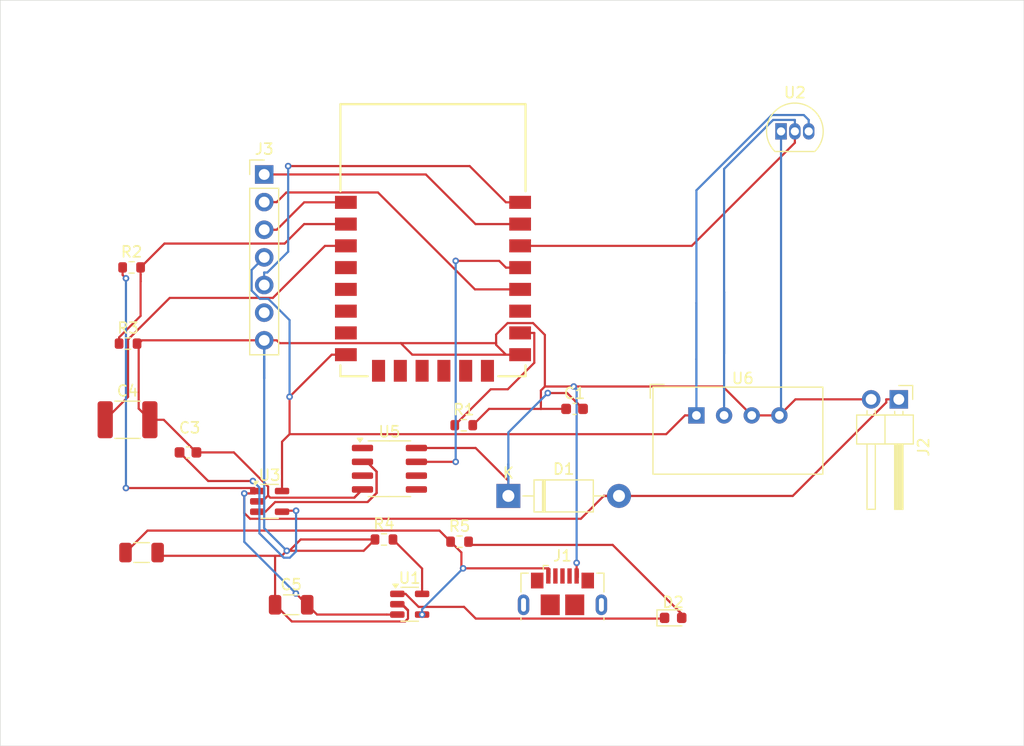
<source format=kicad_pcb>
(kicad_pcb (version 20240108) (generator "pcbnew") (generator_version "8.0")
  (layers (0 "F.Cu" signal) (31 "B.Cu" signal) (34 "B.Paste" user) (35 "F.Paste" user) (36 "B.SilkS" user "B.Silkscreen") (37 "F.SilkS" user "F.Silkscreen") (38 "B.Mask" user) (39 "F.Mask" user) (44 "Edge.Cuts" user))
  (net 0 "")
  (net 1 "Net-(D1-K)")
  (net 2 "GND")
  (net 3 "VOLT")
  (net 4 "Net-(U3-BP)")
  (net 5 "Net-(U4-EN)")
  (net 6 "+BATT")
  (net 7 "Net-(D2-A)")
  (net 8 "Net-(D2-K)")
  (net 18 "TX")
  (net 19 "GPIO0")
  (net 20 "REST")
  (net 22 "V3.3")
  (net 23 "RX")
  (net 24 "GPIO15")
  (net 25 "Net-(U4-ADC)")
  (net 26 "Net-(U1-PROG)")
  (net 27 "GPIO5")
  (net 28 "Net-(U3-EN)")
  (net 30 "GPIO2")
  (net 31 "GPIO12")
  (net 33 "GPIO16")
  (net 34 "ESP")
  (net 36 "GPIO14")
  (net 38 "GPIO13")
  (footprint "Capacitor_SMD:C_0603_1608Metric" (layer "F.Cu") (at 152.2355 106.2962)
    (property "Reference" "C1")
    (property "Value" "100n")
  )
  (footprint "Package_TO_SOT_SMD:SOT-23-5" (layer "F.Cu") (at 124.2355 114.7962)
    (property "Reference" "U3")
    (property "Value" "SPX3819M5-L-1-2")
  )
  (footprint "Resistor_SMD:R_0603_1608Metric" (layer "F.Cu") (at 141.675 118.5)
    (property "Reference" "R5")
    (property "Value" "1k")
  )
  (footprint "Connector_PinHeader_2.54mm:PinHeader_1x07_P2.54mm_Vertical" (layer "F.Cu") (at 123.7355 84.7562)
    (property "Reference" "J3")
    (property "Value" "Conn_01x07_Socket")
  )
  (footprint "Resistor_SMD:R_0603_1608Metric" (layer "F.Cu") (at 111.5605 93.2962)
    (property "Reference" "R2")
    (property "Value" "3.3M")
  )
  (footprint "Package_TO_SOT_THT:TO-92_Inline" (layer "F.Cu") (at 171.1955 80.7962)
    (property "Reference" "U2")
    (property "Value" "DS18B20")
  )
  (footprint "LED_SMD:LED_0603_1608Metric" (layer "F.Cu") (at 161.2875 125.5)
    (property "Reference" "D2")
    (property "Value" "LED")
  )
  (footprint "Capacitor_SMD:C_1812_4532Metric" (layer "F.Cu") (at 111.1855 107.2962)
    (property "Reference" "C4")
    (property "Value" "47u")
  )
  (footprint "Resistor_SMD:R_0603_1608Metric" (layer "F.Cu") (at 111.2355 100.2962)
    (property "Reference" "R3")
    (property "Value" "1M")
  )
  (footprint "Diode_THT:D_DO-41_SOD81_P10.16mm_Horizontal" (layer "F.Cu") (at 146.1555 114.2962)
    (property "Reference" "D1")
    (property "Value" "1N4007")
  )
  (footprint "Capacitor_SMD:C_1206_3216Metric" (layer "F.Cu") (at 112.475 119.5)
    (property "Reference" "C2" (hide yes))
    (property "Value" "4.7u")
  )
  (footprint "Resistor_SMD:R_0603_1608Metric" (layer "F.Cu") (at 134.7355 118.2962)
    (property "Reference" "R4")
    (property "Value" "2k")
  )
  (footprint "Connector_PinHeader_2.54mm:PinHeader_1x02_P2.54mm_Horizontal" (layer "F.Cu") (at 182.0105 105.4212 -90)
    (property "Reference" "J2")
    (property "Value" "Conn_01x02")
  )
  (footprint "Package_SO:SOIC-8_3.9x4.9mm_P1.27mm" (layer "F.Cu") (at 135.2355 111.7962)
    (property "Reference" "U5")
    (property "Value" "ATtiny13A-SS")
  )
  (footprint "ESP- 12F:ESP-12F" (layer "F.Cu") (at 139.2355 90.7962)
    (property "Reference" "U4" (hide yes))
    (property "Value" "ESP-12F")
  )
  (footprint "Resistor_SMD:R_0603_1608Metric" (layer "F.Cu") (at 142.0605 107.7962)
    (property "Reference" "R1")
    (property "Value" "10k")
  )
  (footprint "Capacitor_SMD:C_1206_3216Metric" (layer "F.Cu") (at 126.2105 124.2962)
    (property "Reference" "C5")
    (property "Value" "4.7u")
  )
  (footprint "Connector_USB:USB_Micro-B_GCT_USB3076-30-A" (layer "F.Cu") (at 151.125 123.1)
    (property "Reference" "J1")
    (property "Value" "USB_B_Micro")
  )
  (footprint "Package_TO_SOT_SMD:SOT-23-5" (layer "F.Cu") (at 137.098 124.2462)
    (property "Reference" "U1")
    (property "Value" "MCP73831-4-OT")
  )
  (footprint "Capacitor_SMD:C_0603_1608Metric" (layer "F.Cu") (at 116.7355 110.2962)
    (property "Reference" "C3")
    (property "Value" "10n")
  )
  (footprint "Sensor:ASAIR_AM2302_P2.54mm_Vertical" (layer "F.Cu") (at 163.4255 106.8962)
    (property "Reference" "U6")
    (property "Value" "AM2302")
  )
  (gr_rect (start 99.5 68.75) (end 193.5 137.25) (stroke (width 0.05)) (fill none) (layer "Edge.Cuts"))
  (segment (start 152.261 105.547) (end 152.262 105.547) (width 0.2) (layer "F.Cu") (net 1))
  (segment (start 146.155 114.208) (end 146.155 114.121) (width 0.2) (layer "F.Cu") (net 1))
  (segment (start 152.261 105.547) (end 152.511 105.797) (width 0.2) (layer "F.Cu") (net 1))
  (segment (start 143.152 109.891) (end 137.711 109.891) (width 0.2) (layer "F.Cu") (net 1))
  (segment (start 146.156 114.122) (end 146.156 113.946) (width 0.2) (layer "F.Cu") (net 1))
  (segment (start 146.155 113.596) (end 146.156 113.596) (width 0.2) (layer "F.Cu") (net 1))
  (segment (start 151.557 104.843) (end 152.261 105.547) (width 0.2) (layer "F.Cu") (net 1))
  (segment (start 137.711 109.891) (end 137.7107 109.891) (width 0.2) (layer "F.Cu") (net 1))
  (segment (start 146.155 113.946) (end 146.156 113.946) (width 0.2) (layer "F.Cu") (net 1))
  (segment (start 146.155 114.121) (end 146.155 113.946) (width 0.2) (layer "F.Cu") (net 1))
  (segment (start 146.156 114.209) (end 146.156 114.296) (width 0.2) (layer "F.Cu") (net 1))
  (segment (start 149.777 104.843) (end 151.557 104.843) (width 0.2) (layer "F.Cu") (net 1))
  (segment (start 146.155 113.596) (end 146.155 112.895) (width 0.2) (layer "F.Cu") (net 1))
  (segment (start 146.155 114.296) (end 146.155 114.252) (width 0.2) (layer "F.Cu") (net 1))
  (segment (start 146.155 114.121) (end 146.156 114.122) (width 0.2) (layer "F.Cu") (net 1))
  (segment (start 153.0105 106.2962) (end 153.0102 106.2962) (width 0.2) (layer "F.Cu") (net 1))
  (segment (start 146.155 113.946) (end 146.155 113.596) (width 0.2) (layer "F.Cu") (net 1))
  (segment (start 146.156 113.596) (end 146.156 113.946) (width 0.2) (layer "F.Cu") (net 1))
  (segment (start 146.155 114.208) (end 146.156 114.209) (width 0.2) (layer "F.Cu") (net 1))
  (segment (start 153.0102 106.2962) (end 152.636 105.922) (width 0.2) (layer "F.Cu") (net 1))
  (segment (start 146.1555 114.2525) (end 146.1555 114.2962) (width 0.2) (layer "F.Cu") (net 1))
  (segment (start 146.155 114.252) (end 146.1555 114.2525) (width 0.2) (layer "F.Cu") (net 1))
  (segment (start 146.155 114.252) (end 146.155 114.208) (width 0.2) (layer "F.Cu") (net 1))
  (segment (start 152.262 105.547) (end 152.636 105.922) (width 0.2) (layer "F.Cu") (net 1))
  (segment (start 146.155 112.895) (end 143.152 109.891) (width 0.2) (layer "F.Cu") (net 1))
  (segment (start 137.7107 109.891) (end 137.7105 109.8912) (width 0.2) (layer "F.Cu") (net 1))
  (via (at 149.777 104.843) (size 0.6) (drill 0.3) (layers "F.Cu" "B.Cu") (net 1))
  (segment (start 146.155 111.38) (end 146.156 111.381) (width 0.2) (layer "B.Cu") (net 1))
  (segment (start 146.1555 114.296) (end 146.155 114.296) (width 0.2) (layer "B.Cu") (net 1))
  (segment (start 146.156 114.296) (end 146.1555 114.296) (width 0.2) (layer "B.Cu") (net 1))
  (segment (start 146.155 111.38) (end 146.155 108.465) (width 0.2) (layer "B.Cu") (net 1))
  (segment (start 146.156 111.381) (end 146.156 112.838) (width 0.2) (layer "B.Cu") (net 1))
  (segment (start 146.1555 114.296) (end 146.1555 114.2962) (width 0.2) (layer "B.Cu") (net 1))
  (segment (start 146.155 114.296) (end 146.155 111.38) (width 0.2) (layer "B.Cu") (net 1))
  (segment (start 146.155 108.465) (end 149.777 104.843) (width 0.2) (layer "B.Cu") (net 1))
  (segment (start 136.152 124.246) (end 136.344 124.246) (width 0.2) (layer "F.Cu") (net 2))
  (segment (start 133.9102 118.2962) (end 133.91 118.296) (width 0.2) (layer "F.Cu") (net 2))
  (segment (start 124.736 124.296) (end 124.7355 124.296) (width 0.2) (layer "F.Cu") (net 2))
  (segment (start 152.158 104.241) (end 149.508 104.241) (width 0.2) (layer "F.Cu") (net 2))
  (segment (start 117.511 110.296) (end 117.5105 110.296) (width 0.2) (layer "F.Cu") (net 2))
  (segment (start 125.35 119.796) (end 125.81 119.336) (width 0.2) (layer "F.Cu") (net 2))
  (segment (start 136.94 125.567) (end 136.677 125.83) (width 0.2) (layer "F.Cu") (net 2))
  (segment (start 123.7355 99.9962) (end 124.887 99.9962) (width 0.2) (layer "F.Cu") (net 2))
  (segment (start 114.211 119.796) (end 114.21 119.796) (width 0.2) (layer "F.Cu") (net 2))
  (segment (start 123.0982 114.796) (end 123.556 114.796) (width 0.2) (layer "F.Cu") (net 2))
  (segment (start 114.21 119.76) (end 114.21 119.796) (width 0.2) (layer "F.Cu") (net 2))
  (segment (start 114.211 119.796) (end 124.735 119.796) (width 0.2) (layer "F.Cu") (net 2))
  (segment (start 147.236 101.316) (end 147.2355 101.316) (width 0.2) (layer "F.Cu") (net 2))
  (segment (start 145.032 100.258) (end 145.032 99.4671) (width 0.2) (layer "F.Cu") (net 2))
  (segment (start 136.278 100.258) (end 145.032 100.258) (width 0.2) (layer "F.Cu") (net 2))
  (segment (start 126.045 119.336) (end 132.871 119.336) (width 0.2) (layer "F.Cu") (net 2))
  (segment (start 113.95 119.5) (end 114.21 119.76) (width 0.2) (layer "F.Cu") (net 2))
  (segment (start 171.045 106.896) (end 168.5055 106.896) (width 0.2) (layer "F.Cu") (net 2))
  (segment (start 124.7355 124.296) (end 124.7355 124.2962) (width 0.2) (layer "F.Cu") (net 2))
  (segment (start 126.269 125.83) (end 124.736 124.296) (width 0.2) (layer "F.Cu") (net 2))
  (segment (start 113.235 107.296) (end 112.21 106.271) (width 0.2) (layer "F.Cu") (net 2))
  (segment (start 171.0455 106.896) (end 171.045 106.896) (width 0.2) (layer "F.Cu") (net 2))
  (segment (start 142.885 107.796) (end 144.385 106.296) (width 0.2) (layer "F.Cu") (net 2))
  (segment (start 132.871 119.336) (end 133.91 118.296) (width 0.2) (layer "F.Cu") (net 2))
  (segment (start 147.2355 101.3162) (end 147.2355 101.316) (width 0.2) (layer "F.Cu") (net 2))
  (segment (start 123.0982 114.796) (end 123.098 114.7962) (width 0.2) (layer "F.Cu") (net 2))
  (segment (start 133.91 118.296) (end 127.085 118.296) (width 0.2) (layer "F.Cu") (net 2))
  (segment (start 112.06 100.296) (end 112.0607 100.296) (width 0.2) (layer "F.Cu") (net 2))
  (segment (start 168.5055 106.8962) (end 168.5055 106.896) (width 0.2) (layer "F.Cu") (net 2))
  (segment (start 114.51 107.296) (end 113.2355 107.296) (width 0.2) (layer "F.Cu") (net 2))
  (segment (start 151.4603 106.296) (end 151.4605 106.2962) (width 0.2) (layer "F.Cu") (net 2))
  (segment (start 148.425 98.4146) (end 149.508 99.4978) (width 0.2) (layer "F.Cu") (net 2))
  (segment (start 145.934 101.316) (end 137.336 101.316) (width 0.2) (layer "F.Cu") (net 2))
  (segment (start 112.21 106.271) (end 112.21 100.296) (width 0.2) (layer "F.Cu") (net 2))
  (segment (start 112.0607 100.296) (end 112.21 100.296) (width 0.2) (layer "F.Cu") (net 2))
  (segment (start 137.336 101.316) (end 136.278 100.258) (width 0.2) (layer "F.Cu") (net 2))
  (segment (start 114.21 119.796) (end 114.211 119.796) (width 0.2) (layer "F.Cu") (net 2))
  (segment (start 135.961 124.246) (end 136.152 124.246) (width 0.2) (layer "F.Cu") (net 2))
  (segment (start 179.4702 105.4212) (end 179.47 105.421) (width 0.2) (layer "F.Cu") (net 2))
  (segment (start 135.9605 124.246) (end 135.9605 124.2462) (width 0.2) (layer "F.Cu") (net 2))
  (segment (start 132.76 113.702) (end 132.009 114.453) (width 0.2) (layer "F.Cu") (net 2))
  (segment (start 112.51 99.9962) (end 123.7355 99.9962) (width 0.2) (layer "F.Cu") (net 2))
  (segment (start 144.385 106.296) (end 149.144 106.296) (width 0.2) (layer "F.Cu") (net 2))
  (segment (start 113.2355 107.296) (end 113.235 107.296) (width 0.2) (layer "F.Cu") (net 2))
  (segment (start 124.735 119.796) (end 125.35 119.796) (width 0.2) (layer "F.Cu") (net 2))
  (segment (start 124.093 114.259) (end 124.29 114.457) (width 0.2) (layer "F.Cu") (net 2))
  (segment (start 117.51 110.296) (end 114.51 107.296) (width 0.2) (layer "F.Cu") (net 2))
  (segment (start 132.7602 113.7012) (end 132.76 113.701) (width 0.2) (layer "F.Cu") (net 2))
  (segment (start 117.5105 110.296) (end 117.51 110.296) (width 0.2) (layer "F.Cu") (net 2))
  (segment (start 136.94 124.842) (end 136.94 125.567) (width 0.2) (layer "F.Cu") (net 2))
  (segment (start 125.81 119.336) (end 126.045 119.336) (width 0.2) (layer "F.Cu") (net 2))
  (segment (start 124.735 124.296) (end 124.735 119.796) (width 0.2) (layer "F.Cu") (net 2))
  (segment (start 124.093 114.259) (end 124.093 113.443) (width 0.2) (layer "F.Cu") (net 2))
  (segment (start 168.505 106.896) (end 165.851 104.241) (width 0.2) (layer "F.Cu") (net 2))
  (segment (start 152.425 121.574) (end 152.425 121.65) (width 0.2) (layer "F.Cu") (net 2))
  (segment (start 135.961 124.246) (end 136.152 124.246) (width 0.2) (layer "F.Cu") (net 2))
  (segment (start 149.144 106.296) (end 151.46 106.296) (width 0.2) (layer "F.Cu") (net 2))
  (segment (start 142.8855 107.796) (end 142.8855 107.7962) (width 0.2) (layer "F.Cu") (net 2))
  (segment (start 152.535 121.464) (end 152.535 121.158) (width 0.2) (layer "F.Cu") (net 2))
  (segment (start 165.851 104.241) (end 152.158 104.241) (width 0.2) (layer "F.Cu") (net 2))
  (segment (start 136.344 124.246) (end 136.407 124.246) (width 0.2) (layer "F.Cu") (net 2))
  (segment (start 171.0455 106.8962) (end 171.0455 106.896) (width 0.2) (layer "F.Cu") (net 2))
  (segment (start 124.887 99.9962) (end 125.149 100.258) (width 0.2) (layer "F.Cu") (net 2))
  (segment (start 123.556 114.796) (end 124.093 114.259) (width 0.2) (layer "F.Cu") (net 2))
  (segment (start 179.4705 105.4212) (end 179.4702 105.4212) (width 0.2) (layer "F.Cu") (net 2))
  (segment (start 149.144 104.606) (end 149.144 106.296) (width 0.2) (layer "F.Cu") (net 2))
  (segment (start 132.7605 113.7012) (end 132.7602 113.7012) (width 0.2) (layer "F.Cu") (net 2))
  (segment (start 125.149 100.258) (end 136.278 100.258) (width 0.2) (layer "F.Cu") (net 2))
  (segment (start 124.7355 124.296) (end 124.735 124.296) (width 0.2) (layer "F.Cu") (net 2))
  (segment (start 152.425 120.443) (end 152.425 121.574) (width 0.2) (layer "F.Cu") (net 2))
  (segment (start 136.344 124.246) (end 136.94 124.842) (width 0.2) (layer "F.Cu") (net 2))
  (segment (start 168.5055 106.896) (end 168.505 106.896) (width 0.2) (layer "F.Cu") (net 2))
  (segment (start 113.2355 107.2962) (end 113.2355 107.296) (width 0.2) (layer "F.Cu") (net 2))
  (segment (start 136.677 125.83) (end 126.269 125.83) (width 0.2) (layer "F.Cu") (net 2))
  (segment (start 149.508 99.4978) (end 149.508 104.241) (width 0.2) (layer "F.Cu") (net 2))
  (segment (start 136.407 124.246) (end 136.94 124.78) (width 0.2) (layer "F.Cu") (net 2))
  (segment (start 132.009 114.453) (end 132.76 113.701) (width 0.2) (layer "F.Cu") (net 2))
  (segment (start 123.098 114.796) (end 123.0982 114.796) (width 0.2) (layer "F.Cu") (net 2))
  (segment (start 112.21 100.296) (end 112.51 99.9962) (width 0.2) (layer "F.Cu") (net 2))
  (segment (start 152.535 121.464) (end 152.425 121.574) (width 0.2) (layer "F.Cu") (net 2))
  (segment (start 145.032 100.415) (end 145.934 101.316) (width 0.2) (layer "F.Cu") (net 2))
  (segment (start 142.886 107.796) (end 142.8855 107.796) (width 0.2) (layer "F.Cu") (net 2))
  (segment (start 136.94 124.78) (end 136.94 124.842) (width 0.2) (layer "F.Cu") (net 2))
  (segment (start 172.52 105.421) (end 171.045 106.896) (width 0.2) (layer "F.Cu") (net 2))
  (segment (start 120.946 110.296) (end 117.511 110.296) (width 0.2) (layer "F.Cu") (net 2))
  (segment (start 171.046 106.896) (end 171.0455 106.896) (width 0.2) (layer "F.Cu") (net 2))
  (segment (start 135.9605 124.246) (end 135.96 124.246) (width 0.2) (layer "F.Cu") (net 2))
  (segment (start 127.085 118.296) (end 126.045 119.336) (width 0.2) (layer "F.Cu") (net 2))
  (segment (start 149.508 104.241) (end 149.144 104.606) (width 0.2) (layer "F.Cu") (net 2))
  (segment (start 142.8855 107.796) (end 142.885 107.796) (width 0.2) (layer "F.Cu") (net 2))
  (segment (start 179.47 105.421) (end 172.52 105.421) (width 0.2) (layer "F.Cu") (net 2))
  (segment (start 152.535 121.771) (end 152.535 121.464) (width 0.2) (layer "F.Cu") (net 2))
  (segment (start 117.5105 110.296) (end 117.5105 110.2962) (width 0.2) (layer "F.Cu") (net 2))
  (segment (start 146.085 98.4146) (end 148.425 98.4146) (width 0.2) (layer "F.Cu") (net 2))
  (segment (start 124.29 114.457) (end 132.005 114.457) (width 0.2) (layer "F.Cu") (net 2))
  (segment (start 145.032 100.258) (end 145.032 100.415) (width 0.2) (layer "F.Cu") (net 2))
  (segment (start 145.032 99.4671) (end 146.085 98.4146) (width 0.2) (layer "F.Cu") (net 2))
  (segment (start 112.0607 100.296) (end 112.0605 100.2962) (width 0.2) (layer "F.Cu") (net 2))
  (segment (start 151.46 106.296) (end 151.4603 106.296) (width 0.2) (layer "F.Cu") (net 2))
  (segment (start 124.093 113.443) (end 120.946 110.296) (width 0.2) (layer "F.Cu") (net 2))
  (segment (start 135.961 124.246) (end 135.9605 124.246) (width 0.2) (layer "F.Cu") (net 2))
  (segment (start 136.152 124.246) (end 136.344 124.246) (width 0.2) (layer "F.Cu") (net 2))
  (segment (start 147.2355 101.316) (end 145.934 101.316) (width 0.2) (layer "F.Cu") (net 2))
  (segment (start 132.005 114.457) (end 132.009 114.453) (width 0.2) (layer "F.Cu") (net 2))
  (segment (start 133.9105 118.2962) (end 133.9102 118.2962) (width 0.2) (layer "F.Cu") (net 2))
  (segment (start 117.5105 110.296) (end 117.51 110.296) (width 0.2) (layer "F.Cu") (net 2))
  (segment (start 152.425 121.574) (end 152.425 121.65) (width 0.2) (layer "F.Cu") (net 2))
  (segment (start 117.511 110.296) (end 117.5105 110.296) (width 0.2) (layer "F.Cu") (net 2))
  (via (at 152.158 104.241) (size 0.6) (drill 0.3) (layers "F.Cu" "B.Cu") (net 2))
  (via (at 125.81 119.336) (size 0.6) (drill 0.3) (layers "F.Cu" "B.Cu") (net 2))
  (via (at 152.425 120.443) (size 0.6) (drill 0.3) (layers "F.Cu" "B.Cu") (net 2))
  (segment (start 123.735 100.8656) (end 123.735 99.9962) (width 0.2) (layer "B.Cu") (net 2))
  (segment (start 123.736 103.472) (end 123.736 101.734) (width 0.2) (layer "B.Cu") (net 2))
  (segment (start 125.81 119.336) (end 123.735 117.261) (width 0.2) (layer "B.Cu") (net 2))
  (segment (start 171.1955 80.7962) (end 171.195 80.7962) (width 0.2) (layer "B.Cu") (net 2))
  (segment (start 171.0455 106.896) (end 171.045 106.896) (width 0.2) (layer "B.Cu") (net 2))
  (segment (start 171.046 106.896) (end 171.0455 106.896) (width 0.2) (layer "B.Cu") (net 2))
  (segment (start 171.195 80.7962) (end 171.195 106.746) (width 0.2) (layer "B.Cu") (net 2))
  (segment (start 123.7355 100.8651) (end 123.7355 99.9962) (width 0.2) (layer "B.Cu") (net 2))
  (segment (start 171.196 80.7962) (end 171.1955 80.7962) (width 0.2) (layer "B.Cu") (net 2))
  (segment (start 123.735 101.735) (end 123.736 101.734) (width 0.2) (layer "B.Cu") (net 2))
  (segment (start 152.158 104.241) (end 152.425 104.508) (width 0.2) (layer "B.Cu") (net 2))
  (segment (start 123.735 117.261) (end 123.735 103.473) (width 0.2) (layer "B.Cu") (net 2))
  (segment (start 171.0455 106.8962) (end 171.0455 106.896) (width 0.2) (layer "B.Cu") (net 2))
  (segment (start 123.735 101.735) (end 123.735 100.8656) (width 0.2) (layer "B.Cu") (net 2))
  (segment (start 171.195 106.746) (end 171.046 106.896) (width 0.2) (layer "B.Cu") (net 2))
  (segment (start 152.425 104.508) (end 152.425 120.443) (width 0.2) (layer "B.Cu") (net 2))
  (segment (start 123.735 103.473) (end 123.736 103.472) (width 0.2) (layer "B.Cu") (net 2))
  (segment (start 123.736 101.734) (end 123.736 100.865) (width 0.2) (layer "B.Cu") (net 2))
  (segment (start 123.735 100.8656) (end 123.7355 100.8651) (width 0.2) (layer "B.Cu") (net 2))
  (segment (start 123.735 103.473) (end 123.735 101.735) (width 0.2) (layer "B.Cu") (net 2))
  (segment (start 149.935 121.404) (end 149.825 121.514) (width 0.2) (layer "F.Cu") (net 3))
  (segment (start 141.844 120.948) (end 141.844 119.494) (width 0.2) (layer "F.Cu") (net 3))
  (segment (start 149.935 121.036) (end 149.935 121.045) (width 0.2) (layer "F.Cu") (net 3))
  (segment (start 111 119.5) (end 113.021 117.479) (width 0.2) (layer "F.Cu") (net 3))
  (segment (start 138.2355 125.1961) (end 138.2355 125.1962) (width 0.2) (layer "F.Cu") (net 3))
  (segment (start 149.838 120.948) (end 142 120.948) (width 0.2) (layer "F.Cu") (net 3))
  (segment (start 149.935 121.404) (end 149.935 121.771) (width 0.2) (layer "F.Cu") (net 3))
  (segment (start 142 120.948) (end 141.844 120.948) (width 0.2) (layer "F.Cu") (net 3))
  (segment (start 149.825 121.514) (end 149.825 121.65) (width 0.2) (layer "F.Cu") (net 3))
  (segment (start 138.2355 125.196) (end 138.2355 125.1961) (width 0.2) (layer "F.Cu") (net 3))
  (segment (start 149.935 121.045) (end 149.935 121.404) (width 0.2) (layer "F.Cu") (net 3))
  (segment (start 149.935 121.045) (end 149.838 120.948) (width 0.2) (layer "F.Cu") (net 3))
  (segment (start 113.021 117.479) (end 139.829 117.479) (width 0.2) (layer "F.Cu") (net 3))
  (segment (start 138.235 125.196) (end 138.2355 125.196) (width 0.2) (layer "F.Cu") (net 3))
  (segment (start 138.2355 125.196) (end 138.236 125.196) (width 0.2) (layer "F.Cu") (net 3))
  (segment (start 141.844 119.494) (end 140.85 118.5) (width 0.2) (layer "F.Cu") (net 3))
  (segment (start 139.829 117.479) (end 140.85 118.5) (width 0.2) (layer "F.Cu") (net 3))
  (via (at 142 120.948) (size 0.6) (drill 0.3) (layers "F.Cu" "B.Cu") (net 3))
  (via (at 138.235 125.196) (size 0.6) (drill 0.3) (layers "F.Cu" "B.Cu") (net 3))
  (segment (start 138.235 124.713) (end 138.235 125.196) (width 0.2) (layer "B.Cu") (net 3))
  (segment (start 142 120.948) (end 138.235 124.713) (width 0.2) (layer "B.Cu") (net 3))
  (segment (start 126.662 115.653) (end 125.466 115.653) (width 0.2) (layer "F.Cu") (net 4))
  (segment (start 115.9605 110.2965) (end 115.96 110.296) (width 0.2) (layer "F.Cu") (net 4))
  (segment (start 116.749 111.085) (end 115.9605 110.2965) (width 0.2) (layer "F.Cu") (net 4))
  (segment (start 115.9605 110.2965) (end 115.9605 110.2962) (width 0.2) (layer "F.Cu") (net 4))
  (segment (start 125.373 115.7462) (end 125.373 115.746) (width 0.2) (layer "F.Cu") (net 4))
  (segment (start 125.466 115.653) (end 125.373 115.746) (width 0.2) (layer "F.Cu") (net 4))
  (segment (start 122.697 112.926) (end 118.591 112.926) (width 0.2) (layer "F.Cu") (net 4))
  (segment (start 118.591 112.926) (end 116.749 111.085) (width 0.2) (layer "F.Cu") (net 4))
  (via (at 126.662 115.653) (size 0.6) (drill 0.3) (layers "F.Cu" "B.Cu") (net 4))
  (via (at 122.697 112.926) (size 0.6) (drill 0.3) (layers "F.Cu" "B.Cu") (net 4))
  (segment (start 125.537 119.972) (end 126.086 119.972) (width 0.2) (layer "B.Cu") (net 4))
  (segment (start 126.086 119.972) (end 126.662 119.396) (width 0.2) (layer "B.Cu") (net 4))
  (segment (start 123.296 117.731) (end 125.537 119.972) (width 0.2) (layer "B.Cu") (net 4))
  (segment (start 126.662 119.396) (end 126.662 115.653) (width 0.2) (layer "B.Cu") (net 4))
  (segment (start 123.296 113.525) (end 123.296 117.731) (width 0.2) (layer "B.Cu") (net 4))
  (segment (start 122.697 112.926) (end 123.296 113.525) (width 0.2) (layer "B.Cu") (net 4))
  (segment (start 111.235 99.9241) (end 111.235 105.196) (width 0.2) (layer "F.Cu") (net 5))
  (segment (start 109.1355 107.296) (end 109.135 107.296) (width 0.2) (layer "F.Cu") (net 5))
  (segment (start 124.537 96.0969) (end 115.063 96.0969) (width 0.2) (layer "F.Cu") (net 5))
  (segment (start 129.318 91.3162) (end 124.537 96.0969) (width 0.2) (layer "F.Cu") (net 5))
  (segment (start 115.063 96.0969) (end 111.235 99.9241) (width 0.2) (layer "F.Cu") (net 5))
  (segment (start 109.136 107.296) (end 109.1355 107.296) (width 0.2) (layer "F.Cu") (net 5))
  (segment (start 131.236 91.3162) (end 131.2355 91.3162) (width 0.2) (layer "F.Cu") (net 5))
  (segment (start 109.1355 107.296) (end 109.1355 107.2962) (width 0.2) (layer "F.Cu") (net 5))
  (segment (start 131.2355 91.3162) (end 129.318 91.3162) (width 0.2) (layer "F.Cu") (net 5))
  (segment (start 111.235 105.196) (end 109.136 107.296) (width 0.2) (layer "F.Cu") (net 5))
  (segment (start 123.098 113.846) (end 122.824 113.572) (width 0.2) (layer "F.Cu") (net 6))
  (segment (start 127.6855 124.2962) (end 127.6858 124.2962) (width 0.2) (layer "F.Cu") (net 6))
  (segment (start 123.0945 113.8495) (end 123.098 113.846) (width 0.2) (layer "F.Cu") (net 6))
  (segment (start 127.6858 124.2962) (end 127.686 124.296) (width 0.2) (layer "F.Cu") (net 6))
  (segment (start 121.907 114.065) (end 122.879 114.065) (width 0.2) (layer "F.Cu") (net 6))
  (segment (start 156.316 114.296) (end 156.3155 114.296) (width 0.2) (layer "F.Cu") (net 6))
  (segment (start 180.859 105.709) (end 172.272 114.296) (width 0.2) (layer "F.Cu") (net 6))
  (segment (start 123.044 113.901) (end 123.071 113.874) (width 0.2) (layer "F.Cu") (net 6))
  (segment (start 123.044 113.901) (end 123.071 113.874) (width 0.2) (layer "F.Cu") (net 6))
  (segment (start 122.989 113.956) (end 123.044 113.901) (width 0.2) (layer "F.Cu") (net 6))
  (segment (start 123.0945 113.8495) (end 123.098 113.846) (width 0.2) (layer "F.Cu") (net 6))
  (segment (start 123.091 113.853) (end 123.0945 113.8495) (width 0.2) (layer "F.Cu") (net 6))
  (segment (start 122.824 113.572) (end 111.041 113.572) (width 0.2) (layer "F.Cu") (net 6))
  (segment (start 123.0945 113.8495) (end 123.0947 113.8495) (width 0.2) (layer "F.Cu") (net 6))
  (segment (start 123.091 113.853) (end 123.0945 113.8495) (width 0.2) (layer "F.Cu") (net 6))
  (segment (start 110.736 93.6455) (end 110.736 93.4708) (width 0.2) (layer "F.Cu") (net 6))
  (segment (start 110.735 93.646) (end 110.736 93.6455) (width 0.2) (layer "F.Cu") (net 6))
  (segment (start 127.13 123.741) (end 127.686 124.296) (width 0.2) (layer "F.Cu") (net 6))
  (segment (start 123.071 113.874) (end 123.084 113.86) (width 0.2) (layer "F.Cu") (net 6))
  (segment (start 123.0945 113.8495) (end 123.098 113.846) (width 0.2) (layer "F.Cu") (net 6))
  (segment (start 127.13 123.741) (end 126.645 123.256) (width 0.2) (layer "F.Cu") (net 6))
  (segment (start 123.084 113.86) (end 123.091 113.853) (width 0.2) (layer "F.Cu") (net 6))
  (segment (start 122.879 114.065) (end 122.988 113.956) (width 0.2) (layer "F.Cu") (net 6))
  (segment (start 123.091 113.853) (end 123.0945 113.8495) (width 0.2) (layer "F.Cu") (net 6))
  (segment (start 110.736 93.2962) (end 110.7355 93.2962) (width 0.2) (layer "F.Cu") (net 6))
  (segment (start 127.686 124.296) (end 128.136 124.746) (width 0.2) (layer "F.Cu") (net 6))
  (segment (start 123.084 113.86) (end 123.091 113.853) (width 0.2) (layer "F.Cu") (net 6))
  (segment (start 110.735 93.9959) (end 111.041 94.3016) (width 0.2) (layer "F.Cu") (net 6))
  (segment (start 128.135 124.746) (end 127.686 124.296) (width 0.2) (layer "F.Cu") (net 6))
  (segment (start 156.3155 114.2962) (end 156.3155 114.296) (width 0.2) (layer "F.Cu") (net 6))
  (segment (start 180.859 105.421) (end 180.859 105.709) (width 0.2) (layer "F.Cu") (net 6))
  (segment (start 123.091 113.853) (end 123.0945 113.8495) (width 0.2) (layer "F.Cu") (net 6))
  (segment (start 123.071 113.874) (end 123.084 113.86) (width 0.2) (layer "F.Cu") (net 6))
  (segment (start 110.7355 93.2962) (end 110.735 93.2962) (width 0.2) (layer "F.Cu") (net 6))
  (segment (start 123.071 113.874) (end 123.084 113.86) (width 0.2) (layer "F.Cu") (net 6))
  (segment (start 134.9972 125.1962) (end 134.997 125.196) (width 0.2) (layer "F.Cu") (net 6))
  (segment (start 182.01 105.421) (end 180.859 105.421) (width 0.2) (layer "F.Cu") (net 6))
  (segment (start 110.735 93.646) (end 110.735 93.9959) (width 0.2) (layer "F.Cu") (net 6))
  (segment (start 172.272 114.296) (end 156.316 114.296) (width 0.2) (layer "F.Cu") (net 6))
  (segment (start 123.091 113.853) (end 123.0945 113.8495) (width 0.2) (layer "F.Cu") (net 6))
  (segment (start 123.084 113.86) (end 123.091 113.853) (width 0.2) (layer "F.Cu") (net 6))
  (segment (start 121.907 115.865) (end 121.907 114.065) (width 0.2) (layer "F.Cu") (net 6))
  (segment (start 123.091 113.853) (end 123.0945 113.8495) (width 0.2) (layer "F.Cu") (net 6))
  (segment (start 123.0947 113.8495) (end 123.098 113.8462) (width 0.2) (layer "F.Cu") (net 6))
  (segment (start 123.0945 113.8495) (end 123.098 113.846) (width 0.2) (layer "F.Cu") (net 6))
  (segment (start 156.3155 114.296) (end 154.914 114.296) (width 0.2) (layer "F.Cu") (net 6))
  (segment (start 123.084 113.86) (end 123.091 113.853) (width 0.2) (layer "F.Cu") (net 6))
  (segment (start 110.735 93.2962) (end 110.735 93.646) (width 0.2) (layer "F.Cu") (net 6))
  (segment (start 156.3155 114.296) (end 154.914 114.296) (width 0.2) (layer "F.Cu") (net 6))
  (segment (start 122.988 113.956) (end 123.084 113.86) (width 0.2) (layer "F.Cu") (net 6))
  (segment (start 135.9605 125.1962) (end 134.9972 125.1962) (width 0.2) (layer "F.Cu") (net 6))
  (segment (start 122.988 113.956) (end 122.989 113.956) (width 0.2) (layer "F.Cu") (net 6))
  (segment (start 123.0945 113.8495) (end 123.098 113.846) (width 0.2) (layer "F.Cu") (net 6))
  (segment (start 123.0945 113.8495) (end 123.098 113.846) (width 0.2) (layer "F.Cu") (net 6))
  (segment (start 128.585 125.196) (end 134.997 125.196) (width 0.2) (layer "F.Cu") (net 6))
  (segment (start 128.136 124.746) (end 128.135 124.746) (width 0.2) (layer "F.Cu") (net 6))
  (segment (start 182.0102 105.4212) (end 182.01 105.421) (width 0.2) (layer "F.Cu") (net 6))
  (segment (start 154.914 114.296) (end 152.817 116.393) (width 0.2) (layer "F.Cu") (net 6))
  (segment (start 152.817 116.393) (end 122.435 116.393) (width 0.2) (layer "F.Cu") (net 6))
  (segment (start 182.0105 105.4212) (end 182.0102 105.4212) (width 0.2) (layer "F.Cu") (net 6))
  (segment (start 128.136 124.746) (end 128.585 125.196) (width 0.2) (layer "F.Cu") (net 6))
  (segment (start 127.615 124.226) (end 127.13 123.741) (width 0.2) (layer "F.Cu") (net 6))
  (segment (start 122.435 116.393) (end 121.907 115.865) (width 0.2) (layer "F.Cu") (net 6))
  (segment (start 123.084 113.86) (end 123.091 113.853) (width 0.2) (layer "F.Cu") (net 6))
  (segment (start 156.316 114.296) (end 156.3155 114.296) (width 0.2) (layer "F.Cu") (net 6))
  (via (at 126.645 123.256) (size 0.6) (drill 0.3) (layers "F.Cu" "B.Cu") (net 6))
  (via (at 121.907 114.065) (size 0.6) (drill 0.3) (layers "F.Cu" "B.Cu") (net 6))
  (via (at 111.041 113.572) (size 0.6) (drill 0.3) (layers "F.Cu" "B.Cu") (net 6))
  (via (at 111.041 94.3016) (size 0.6) (drill 0.3) (layers "F.Cu" "B.Cu") (net 6))
  (segment (start 111.041 113.572) (end 111.041 94.3016) (width 0.2) (layer "B.Cu") (net 6))
  (segment (start 121.907 118.518) (end 126.645 123.256) (width 0.2) (layer "B.Cu") (net 6))
  (segment (start 121.907 114.065) (end 121.907 118.518) (width 0.2) (layer "B.Cu") (net 6))
  (segment (start 142.796 118.796) (end 142.5 118.5) (width 0.2) (layer "F.Cu") (net 7))
  (segment (start 155.735 118.796) (end 142.796 118.796) (width 0.2) (layer "F.Cu") (net 7))
  (segment (start 162.106 125.166) (end 161.976 125.037) (width 0.2) (layer "F.Cu") (net 7))
  (segment (start 162.075 125.197) (end 162.075 125.5) (width 0.2) (layer "F.Cu") (net 7))
  (segment (start 162.235 125.296) (end 162.106 125.166) (width 0.2) (layer "F.Cu") (net 7))
  (segment (start 162.106 125.166) (end 162.075 125.197) (width 0.2) (layer "F.Cu") (net 7))
  (segment (start 161.976 125.037) (end 161.717 124.778) (width 0.2) (layer "F.Cu") (net 7))
  (segment (start 161.976 125.037) (end 162.236 125.296) (width 0.2) (layer "F.Cu") (net 7))
  (segment (start 162.236 125.296) (end 161.717 124.778) (width 0.2) (layer "F.Cu") (net 7))
  (segment (start 161.717 124.778) (end 155.735 118.796) (width 0.2) (layer "F.Cu") (net 7))
  (segment (start 143.161 125.566) (end 142.084 124.489) (width 0.2) (layer "F.Cu") (net 8))
  (segment (start 160.5 125.5) (end 160.434 125.566) (width 0.2) (layer "F.Cu") (net 8))
  (segment (start 135.9607 123.296) (end 135.96 123.296) (width 0.2) (layer "F.Cu") (net 8))
  (segment (start 160.434 125.566) (end 143.161 125.566) (width 0.2) (layer "F.Cu") (net 8))
  (segment (start 142.084 124.489) (end 137.916 124.489) (width 0.2) (layer "F.Cu") (net 8))
  (segment (start 135.9607 123.296) (end 135.9605 123.2962) (width 0.2) (layer "F.Cu") (net 8))
  (segment (start 137.916 124.489) (end 136.722 123.296) (width 0.2) (layer "F.Cu") (net 8))
  (segment (start 136.722 123.296) (end 135.9607 123.296) (width 0.2) (layer "F.Cu") (net 8))
  (segment (start 145.934 87.3162) (end 147.2355 87.3162) (width 0.2) (layer "F.Cu") (net 18))
  (segment (start 125.936 83.9859) (end 142.603 83.9859) (width 0.2) (layer "F.Cu") (net 18))
  (segment (start 142.603 83.9859) (end 145.934 87.3162) (width 0.2) (layer "F.Cu") (net 18))
  (segment (start 147.2355 87.3162) (end 147.236 87.3162) (width 0.2) (layer "F.Cu") (net 18))
  (via (at 125.936 83.9859) (size 0.6) (drill 0.3) (layers "F.Cu" "B.Cu") (net 18))
  (segment (start 123.7355 94.9162) (end 123.735 94.9162) (width 0.2) (layer "B.Cu") (net 18))
  (segment (start 123.735 94.9162) (end 123.735 93.7646) (width 0.2) (layer "B.Cu") (net 18))
  (segment (start 124.023 93.7646) (end 125.936 91.8516) (width 0.2) (layer "B.Cu") (net 18))
  (segment (start 123.736 94.9162) (end 123.7355 94.9162) (width 0.2) (layer "B.Cu") (net 18))
  (segment (start 123.735 93.7646) (end 124.023 93.7646) (width 0.2) (layer "B.Cu") (net 18))
  (segment (start 125.936 91.8516) (end 125.936 83.9859) (width 0.2) (layer "B.Cu") (net 18))
  (segment (start 123.735 87.2962) (end 123.7355 87.2962) (width 0.2) (layer "F.Cu") (net 19))
  (segment (start 124.887 87.2962) (end 125.772 86.4114) (width 0.2) (layer "F.Cu") (net 19))
  (segment (start 125.772 86.4114) (end 134.184 86.4114) (width 0.2) (layer "F.Cu") (net 19))
  (segment (start 143.089 95.3162) (end 147.2355 95.3162) (width 0.2) (layer "F.Cu") (net 19))
  (segment (start 123.7355 87.2962) (end 124.887 87.2962) (width 0.2) (layer "F.Cu") (net 19))
  (segment (start 134.184 86.4114) (end 143.089 95.3162) (width 0.2) (layer "F.Cu") (net 19))
  (segment (start 147.2355 95.3162) (end 147.236 95.3162) (width 0.2) (layer "F.Cu") (net 19))
  (segment (start 127.407 87.3162) (end 131.2355 87.3162) (width 0.2) (layer "F.Cu") (net 20))
  (segment (start 123.735 89.8362) (end 123.7355 89.8362) (width 0.2) (layer "F.Cu") (net 20))
  (segment (start 124.887 89.8362) (end 127.407 87.3162) (width 0.2) (layer "F.Cu") (net 20))
  (segment (start 123.7355 89.8362) (end 124.887 89.8362) (width 0.2) (layer "F.Cu") (net 20))
  (segment (start 131.2355 87.3162) (end 131.236 87.3162) (width 0.2) (layer "F.Cu") (net 20))
  (segment (start 131.2353 101.316) (end 129.934 101.316) (width 0.2) (layer "F.Cu") (net 22))
  (segment (start 126.066 108.622) (end 126.066 105.184) (width 0.2) (layer "F.Cu") (net 22))
  (segment (start 160.648 108.622) (end 126.066 108.622) (width 0.2) (layer "F.Cu") (net 22))
  (segment (start 126.066 108.622) (end 125.373 109.315) (width 0.2) (layer "F.Cu") (net 22))
  (segment (start 129.934 101.316) (end 126.066 105.184) (width 0.2) (layer "F.Cu") (net 22))
  (segment (start 125.373 113.846) (end 125.373 113.8462) (width 0.2) (layer "F.Cu") (net 22))
  (segment (start 162.374 106.896) (end 160.648 108.622) (width 0.2) (layer "F.Cu") (net 22))
  (segment (start 163.426 106.896) (end 163.4253 106.896) (width 0.2) (layer "F.Cu") (net 22))
  (segment (start 131.2353 101.316) (end 131.2355 101.3162) (width 0.2) (layer "F.Cu") (net 22))
  (segment (start 163.4253 106.896) (end 163.4255 106.8962) (width 0.2) (layer "F.Cu") (net 22))
  (segment (start 163.4253 106.896) (end 162.374 106.896) (width 0.2) (layer "F.Cu") (net 22))
  (segment (start 125.373 109.315) (end 125.373 113.846) (width 0.2) (layer "F.Cu") (net 22))
  (segment (start 131.236 101.316) (end 131.2353 101.316) (width 0.2) (layer "F.Cu") (net 22))
  (via (at 126.066 105.184) (size 0.6) (drill 0.3) (layers "F.Cu" "B.Cu") (net 22))
  (segment (start 163.425 101.726) (end 163.425 104.311) (width 0.2) (layer "B.Cu") (net 22))
  (segment (start 163.425 96.5558) (end 163.426 96.5563) (width 0.2) (layer "B.Cu") (net 22))
  (segment (start 123.341 96.1862) (end 124.113 96.1862) (width 0.2) (layer "B.Cu") (net 22))
  (segment (start 173.735 80.5333) (end 173.735 80.2704) (width 0.2) (layer "B.Cu") (net 22))
  (segment (start 163.425 101.726) (end 163.426 101.726) (width 0.2) (layer "B.Cu") (net 22))
  (segment (start 173.735 80.7304) (end 173.736 80.7309) (width 0.2) (layer "B.Cu") (net 22))
  (segment (start 173.736 80.5338) (end 173.735 80.5333) (width 0.2) (layer "B.Cu") (net 22))
  (segment (start 163.4255 106.896) (end 163.4255 106.8962) (width 0.2) (layer "B.Cu") (net 22))
  (segment (start 124.113 96.1862) (end 126.066 98.1391) (width 0.2) (layer "B.Cu") (net 22))
  (segment (start 163.426 104.312) (end 163.426 101.726) (width 0.2) (layer "B.Cu") (net 22))
  (segment (start 163.4255 106.896) (end 163.425 106.896) (width 0.2) (layer "B.Cu") (net 22))
  (segment (start 163.426 106.896) (end 163.4255 106.896) (width 0.2) (layer "B.Cu") (net 22))
  (segment (start 173.735 80.2704) (end 173.736 80.2709) (width 0.2) (layer "B.Cu") (net 22))
  (segment (start 163.425 104.311) (end 163.426 104.312) (width 0.2) (layer "B.Cu") (net 22))
  (segment (start 173.736 80.6652) (end 173.736 80.5338) (width 0.2) (layer "B.Cu") (net 22))
  (segment (start 163.426 96.5563) (end 163.426 101.726) (width 0.2) (layer "B.Cu") (net 22))
  (segment (start 173.736 80.7309) (end 173.736 80.7962) (width 0.2) (layer "B.Cu") (net 22))
  (segment (start 163.425 96.5558) (end 163.425 101.726) (width 0.2) (layer "B.Cu") (net 22))
  (segment (start 173.735 80.6647) (end 173.735 80.5333) (width 0.2) (layer "B.Cu") (net 22))
  (segment (start 173.735 80.2704) (end 173.735 79.7446) (width 0.2) (layer "B.Cu") (net 22))
  (segment (start 163.425 86.2156) (end 163.425 96.5558) (width 0.2) (layer "B.Cu") (net 22))
  (segment (start 170.348 79.2936) (end 163.425 86.2156) (width 0.2) (layer "B.Cu") (net 22))
  (segment (start 173.735 80.7962) (end 173.735 80.7633) (width 0.2) (layer "B.Cu") (net 22))
  (segment (start 122.584 95.4286) (end 123.341 96.1862) (width 0.2) (layer "B.Cu") (net 22))
  (segment (start 122.584 93.5279) (end 122.584 95.4286) (width 0.2) (layer "B.Cu") (net 22))
  (segment (start 173.735 80.7633) (end 173.735 80.7304) (width 0.2) (layer "B.Cu") (net 22))
  (segment (start 173.7355 80.7638) (end 173.7355 80.7962) (width 0.2) (layer "B.Cu") (net 22))
  (segment (start 173.735 80.7633) (end 173.7355 80.7638) (width 0.2) (layer "B.Cu") (net 22))
  (segment (start 163.425 106.896) (end 163.425 104.311) (width 0.2) (layer "B.Cu") (net 22))
  (segment (start 173.284 79.2936) (end 170.348 79.2936) (width 0.2) (layer "B.Cu") (net 22))
  (segment (start 173.735 80.6647) (end 173.736 80.6652) (width 0.2) (layer "B.Cu") (net 22))
  (segment (start 126.066 98.1391) (end 126.066 105.184) (width 0.2) (layer "B.Cu") (net 22))
  (segment (start 123.7355 92.3762) (end 123.735 92.3762) (width 0.2) (layer "B.Cu") (net 22))
  (segment (start 173.735 80.7304) (end 173.735 80.6647) (width 0.2) (layer "B.Cu") (net 22))
  (segment (start 173.735 79.7446) (end 173.284 79.2936) (width 0.2) (layer "B.Cu") (net 22))
  (segment (start 123.736 92.3762) (end 123.7355 92.3762) (width 0.2) (layer "B.Cu") (net 22))
  (segment (start 123.735 92.3762) (end 122.584 93.5279) (width 0.2) (layer "B.Cu") (net 22))
  (segment (start 173.736 80.2709) (end 173.736 80.5335) (width 0.2) (layer "B.Cu") (net 22))
  (segment (start 138.577 84.7562) (end 143.137 89.3162) (width 0.2) (layer "F.Cu") (net 23))
  (segment (start 143.137 89.3162) (end 147.2355 89.3162) (width 0.2) (layer "F.Cu") (net 23))
  (segment (start 123.7355 84.7562) (end 138.577 84.7562) (width 0.2) (layer "F.Cu") (net 23))
  (segment (start 147.2355 89.3162) (end 147.236 89.3162) (width 0.2) (layer "F.Cu") (net 23))
  (segment (start 123.735 84.7562) (end 123.7355 84.7562) (width 0.2) (layer "F.Cu") (net 23))
  (segment (start 146.101 104.496) (end 148.537 102.06) (width 0.2) (layer "F.Cu") (net 24))
  (segment (start 148.537 99.3162) (end 147.2355 99.3162) (width 0.2) (layer "F.Cu") (net 24))
  (segment (start 141.2355 107.796) (end 141.236 107.796) (width 0.2) (layer "F.Cu") (net 24))
  (segment (start 144.535 104.496) (end 146.101 104.496) (width 0.2) (layer "F.Cu") (net 24))
  (segment (start 141.236 107.796) (end 144.535 104.496) (width 0.2) (layer "F.Cu") (net 24))
  (segment (start 148.537 102.06) (end 148.537 99.3162) (width 0.2) (layer "F.Cu") (net 24))
  (segment (start 141.235 107.796) (end 141.2355 107.796) (width 0.2) (layer "F.Cu") (net 24))
  (segment (start 147.2355 99.3162) (end 147.235 99.3162) (width 0.2) (layer "F.Cu") (net 24))
  (segment (start 141.2355 107.796) (end 141.2355 107.7962) (width 0.2) (layer "F.Cu") (net 24))
  (segment (start 114.575 91.1062) (end 112.385 93.2962) (width 0.2) (layer "F.Cu") (net 25))
  (segment (start 112.385 93.4587) (end 112.385 93.6212) (width 0.2) (layer "F.Cu") (net 25))
  (segment (start 112.385 93.4587) (end 112.386 93.4582) (width 0.2) (layer "F.Cu") (net 25))
  (segment (start 112.386 94.596) (end 112.386 93.9458) (width 0.2) (layer "F.Cu") (net 25))
  (segment (start 112.385 97.7532) (end 110.41 99.7282) (width 0.2) (layer "F.Cu") (net 25))
  (segment (start 110.4105 100.2962) (end 110.41 100.2957) (width 0.2) (layer "F.Cu") (net 25))
  (segment (start 112.385 93.9463) (end 112.385 94.5965) (width 0.2) (layer "F.Cu") (net 25))
  (segment (start 125.611 91.1062) (end 114.575 91.1062) (width 0.2) (layer "F.Cu") (net 25))
  (segment (start 112.385 93.6212) (end 112.386 93.6207) (width 0.2) (layer "F.Cu") (net 25))
  (segment (start 112.385 94.5965) (end 112.385 97.7532) (width 0.2) (layer "F.Cu") (net 25))
  (segment (start 112.385 94.5965) (end 112.386 94.596) (width 0.2) (layer "F.Cu") (net 25))
  (segment (start 131.236 89.3162) (end 131.2355 89.3162) (width 0.2) (layer "F.Cu") (net 25))
  (segment (start 112.385 93.6212) (end 112.385 93.9463) (width 0.2) (layer "F.Cu") (net 25))
  (segment (start 112.386 93.3772) (end 112.3855 93.3767) (width 0.2) (layer "F.Cu") (net 25))
  (segment (start 112.3855 93.3767) (end 112.3855 93.2962) (width 0.2) (layer "F.Cu") (net 25))
  (segment (start 112.386 93.4582) (end 112.386 93.3772) (width 0.2) (layer "F.Cu") (net 25))
  (segment (start 112.385 93.2962) (end 112.385 93.4587) (width 0.2) (layer "F.Cu") (net 25))
  (segment (start 112.386 93.9458) (end 112.385 93.9463) (width 0.2) (layer "F.Cu") (net 25))
  (segment (start 110.41 100.2957) (end 110.41 100.239) (width 0.2) (layer "F.Cu") (net 25))
  (segment (start 131.2355 89.3162) (end 127.401 89.3162) (width 0.2) (layer "F.Cu") (net 25))
  (segment (start 112.386 93.3772) (end 112.386 93.2962) (width 0.2) (layer "F.Cu") (net 25))
  (segment (start 127.401 89.3162) (end 125.611 91.1062) (width 0.2) (layer "F.Cu") (net 25))
  (segment (start 110.41 99.7282) (end 110.41 100.239) (width 0.2) (layer "F.Cu") (net 25))
  (segment (start 112.386 93.6207) (end 112.386 93.4584) (width 0.2) (layer "F.Cu") (net 25))
  (segment (start 135.5605 118.2965) (end 135.56 118.296) (width 0.2) (layer "F.Cu") (net 26))
  (segment (start 135.5605 118.2965) (end 135.5605 118.2962) (width 0.2) (layer "F.Cu") (net 26))
  (segment (start 138.2355 123.296) (end 138.2355 123.2962) (width 0.2) (layer "F.Cu") (net 26))
  (segment (start 138.2355 123.296) (end 138.235 123.296) (width 0.2) (layer "F.Cu") (net 26))
  (segment (start 138.235 123.296) (end 138.235 120.971) (width 0.2) (layer "F.Cu") (net 26))
  (segment (start 138.235 120.971) (end 135.5605 118.2965) (width 0.2) (layer "F.Cu") (net 26))
  (segment (start 138.236 123.296) (end 138.2355 123.296) (width 0.2) (layer "F.Cu") (net 26))
  (segment (start 172.466 81.3215) (end 172.466 81.0588) (width 0.2) (layer "F.Cu") (net 27))
  (segment (start 172.466 81.0586) (end 172.466 80.9271) (width 0.2) (layer "F.Cu") (net 27))
  (segment (start 172.465 80.829) (end 172.4655 80.8285) (width 0.2) (layer "F.Cu") (net 27))
  (segment (start 172.465 81.322) (end 172.466 81.3215) (width 0.2) (layer "F.Cu") (net 27))
  (segment (start 172.466 80.9271) (end 172.465 80.9276) (width 0.2) (layer "F.Cu") (net 27))
  (segment (start 172.465 80.8619) (end 172.466 80.8614) (width 0.2) (layer "F.Cu") (net 27))
  (segment (start 172.466 80.8614) (end 172.466 80.7962) (width 0.2) (layer "F.Cu") (net 27))
  (segment (start 172.465 81.0591) (end 172.465 80.9276) (width 0.2) (layer "F.Cu") (net 27))
  (segment (start 172.4655 80.8285) (end 172.4655 80.7962) (width 0.2) (layer "F.Cu") (net 27))
  (segment (start 172.465 81.0591) (end 172.466 81.0586) (width 0.2) (layer "F.Cu") (net 27))
  (segment (start 172.465 81.8479) (end 172.465 81.322) (width 0.2) (layer "F.Cu") (net 27))
  (segment (start 147.2355 91.3162) (end 162.997 91.3162) (width 0.2) (layer "F.Cu") (net 27))
  (segment (start 172.465 80.8619) (end 172.465 80.829) (width 0.2) (layer "F.Cu") (net 27))
  (segment (start 172.465 80.829) (end 172.465 80.7962) (width 0.2) (layer "F.Cu") (net 27))
  (segment (start 172.465 81.322) (end 172.465 81.0591) (width 0.2) (layer "F.Cu") (net 27))
  (segment (start 162.997 91.3162) (end 172.465 81.8479) (width 0.2) (layer "F.Cu") (net 27))
  (segment (start 147.235 91.3162) (end 147.2355 91.3162) (width 0.2) (layer "F.Cu") (net 27))
  (segment (start 172.465 80.9276) (end 172.465 80.8619) (width 0.2) (layer "F.Cu") (net 27))
  (segment (start 172.466 80.2709) (end 172.466 80.5335) (width 0.2) (layer "B.Cu") (net 27))
  (segment (start 172.465 79.7446) (end 170.469 79.7446) (width 0.2) (layer "B.Cu") (net 27))
  (segment (start 172.466 80.7309) (end 172.466 80.7962) (width 0.2) (layer "B.Cu") (net 27))
  (segment (start 165.965 84.2478) (end 165.965 95.5719) (width 0.2) (layer "B.Cu") (net 27))
  (segment (start 172.465 80.2704) (end 172.466 80.2709) (width 0.2) (layer "B.Cu") (net 27))
  (segment (start 172.4655 80.7638) (end 172.4655 80.7962) (width 0.2) (layer "B.Cu") (net 27))
  (segment (start 172.465 80.7633) (end 172.465 80.7304) (width 0.2) (layer "B.Cu") (net 27))
  (segment (start 165.966 95.5724) (end 165.966 101.234) (width 0.2) (layer "B.Cu") (net 27))
  (segment (start 172.465 80.5333) (end 172.465 80.2704) (width 0.2) (layer "B.Cu") (net 27))
  (segment (start 172.465 80.7962) (end 172.465 80.7633) (width 0.2) (layer "B.Cu") (net 27))
  (segment (start 165.9655 106.896) (end 165.9655 106.8962) (width 0.2) (layer "B.Cu") (net 27))
  (segment (start 172.465 80.2704) (end 172.465 79.7446) (width 0.2) (layer "B.Cu") (net 27))
  (segment (start 170.469 79.7446) (end 165.965 84.2478) (width 0.2) (layer "B.Cu") (net 27))
  (segment (start 172.465 80.7304) (end 172.465 80.6647) (width 0.2) (layer "B.Cu") (net 27))
  (segment (start 165.965 95.5719) (end 165.966 95.5724) (width 0.2) (layer "B.Cu") (net 27))
  (segment (start 165.966 106.896) (end 165.9655 106.896) (width 0.2) (layer "B.Cu") (net 27))
  (segment (start 172.465 80.7304) (end 172.466 80.7309) (width 0.2) (layer "B.Cu") (net 27))
  (segment (start 172.465 80.5333) (end 172.466 80.5338) (width 0.2) (layer "B.Cu") (net 27))
  (segment (start 172.466 80.5338) (end 172.466 80.6652) (width 0.2) (layer "B.Cu") (net 27))
  (segment (start 165.9655 106.896) (end 165.965 106.896) (width 0.2) (layer "B.Cu") (net 27))
  (segment (start 172.465 80.7633) (end 172.4655 80.7638) (width 0.2) (layer "B.Cu") (net 27))
  (segment (start 172.465 80.6647) (end 172.465 80.5333) (width 0.2) (layer "B.Cu") (net 27))
  (segment (start 165.965 106.896) (end 165.965 95.5719) (width 0.2) (layer "B.Cu") (net 27))
  (segment (start 172.466 80.6652) (end 172.465 80.6647) (width 0.2) (layer "B.Cu") (net 27))
  (segment (start 132.761 111.161) (end 133.159 111.161) (width 0.2) (layer "F.Cu") (net 28))
  (segment (start 133.159 111.161) (end 132.761 111.161) (width 0.2) (layer "F.Cu") (net 28))
  (segment (start 134.044 112.047) (end 133.159 111.161) (width 0.2) (layer "F.Cu") (net 28))
  (segment (start 133.228 114.86) (end 134.044 114.043) (width 0.2) (layer "F.Cu") (net 28))
  (segment (start 123.098 115.746) (end 123.0982 115.746) (width 0.2) (layer "F.Cu") (net 28))
  (segment (start 134.069 114.019) (end 133.228 114.86) (width 0.2) (layer "F.Cu") (net 28))
  (segment (start 132.7605 111.161) (end 132.761 111.161) (width 0.2) (layer "F.Cu") (net 28))
  (segment (start 124.736 114.86) (end 133.228 114.86) (width 0.2) (layer "F.Cu") (net 28))
  (segment (start 134.044 114.043) (end 134.044 112.047) (width 0.2) (layer "F.Cu") (net 28))
  (segment (start 134.069 112.071) (end 134.069 114.019) (width 0.2) (layer "F.Cu") (net 28))
  (segment (start 133.159 111.161) (end 134.069 112.071) (width 0.2) (layer "F.Cu") (net 28))
  (segment (start 123.0982 115.746) (end 123.85 115.746) (width 0.2) (layer "F.Cu") (net 28))
  (segment (start 123.85 115.746) (end 124.736 114.86) (width 0.2) (layer "F.Cu") (net 28))
  (segment (start 123.0982 115.746) (end 123.098 115.7462) (width 0.2) (layer "F.Cu") (net 28))
  (segment (start 132.7605 111.161) (end 132.7605 111.1612) (width 0.2) (layer "F.Cu") (net 28))
  (segment (start 132.76 111.161) (end 132.7605 111.161) (width 0.2) (layer "F.Cu") (net 28))
  (segment (start 147.2355 93.3162) (end 147.236 93.3162) (width 0.2) (layer "F.Cu") (net 34))
  (segment (start 145.934 93.3162) (end 147.2355 93.3162) (width 0.2) (layer "F.Cu") (net 34))
  (segment (start 145.314 92.6964) (end 145.934 93.3162) (width 0.2) (layer "F.Cu") (net 34))
  (segment (start 141.32 92.6964) (end 145.314 92.6964) (width 0.2) (layer "F.Cu") (net 34))
  (segment (start 137.7107 111.161) (end 137.7105 111.1612) (width 0.2) (layer "F.Cu") (net 34))
  (segment (start 141.32 111.161) (end 137.711 111.161) (width 0.2) (layer "F.Cu") (net 34))
  (segment (start 137.711 111.161) (end 137.7107 111.161) (width 0.2) (layer "F.Cu") (net 34))
  (via (at 141.32 111.161) (size 0.6) (drill 0.3) (layers "F.Cu" "B.Cu") (net 34))
  (via (at 141.32 92.6964) (size 0.6) (drill 0.3) (layers "F.Cu" "B.Cu") (net 34))
  (segment (start 141.32 92.6964) (end 141.32 111.161) (width 0.2) (layer "B.Cu") (net 34))
)
</source>
